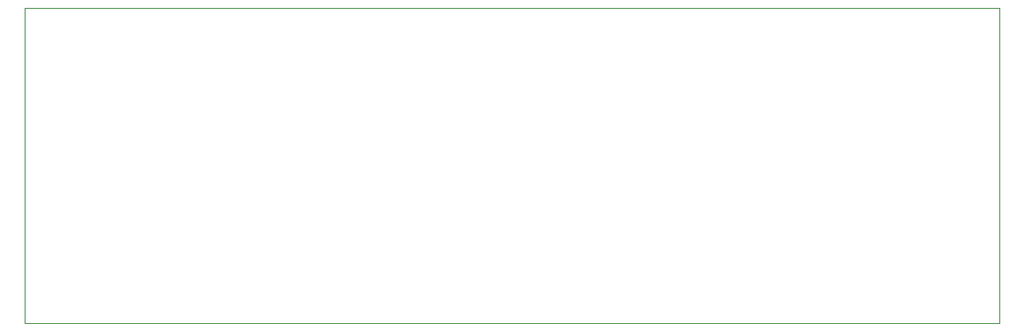
<source format=gbr>
%TF.GenerationSoftware,KiCad,Pcbnew,8.0.1*%
%TF.CreationDate,2025-12-08T14:47:00+00:00*%
%TF.ProjectId,Electric Field Detection LED Bar Circuit,456c6563-7472-4696-9320-4669656c6420,rev?*%
%TF.SameCoordinates,Original*%
%TF.FileFunction,Profile,NP*%
%FSLAX46Y46*%
G04 Gerber Fmt 4.6, Leading zero omitted, Abs format (unit mm)*
G04 Created by KiCad (PCBNEW 8.0.1) date 2025-12-08 14:47:00*
%MOMM*%
%LPD*%
G01*
G04 APERTURE LIST*
%TA.AperFunction,Profile*%
%ADD10C,0.050000*%
%TD*%
G04 APERTURE END LIST*
D10*
X100000000Y-105250000D02*
X100000000Y-75000000D01*
X193750000Y-105250000D02*
X100000000Y-105250000D01*
X100000000Y-75000000D02*
X193750000Y-75000000D01*
X193750000Y-75000000D02*
X193750000Y-105250000D01*
M02*

</source>
